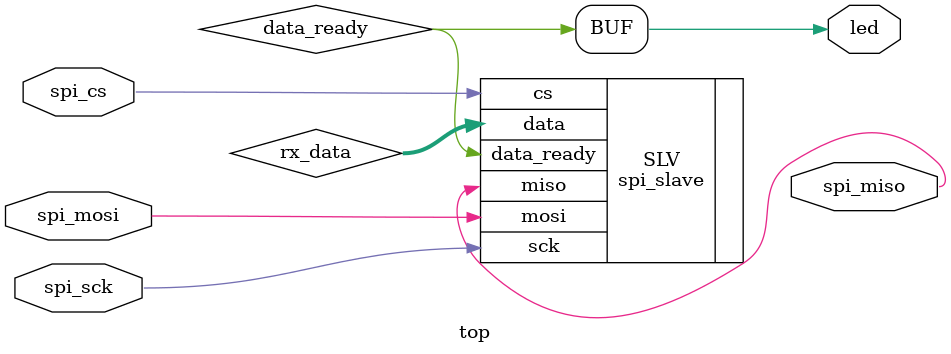
<source format=v>
module top (
    input wire spi_sck,
    input wire spi_mosi,
    input wire spi_cs,
    output wire spi_miso,
    output wire led   // debug output
);

wire [7:0] rx_data;
wire data_ready;

spi_slave SLV (
    .sck(spi_sck),
    .mosi(spi_mosi),
    .cs(spi_cs),
    .miso(spi_miso),
    .data(rx_data),
    .data_ready(data_ready)
);

assign led = data_ready;  // Flash LED when byte received

endmodule

</source>
